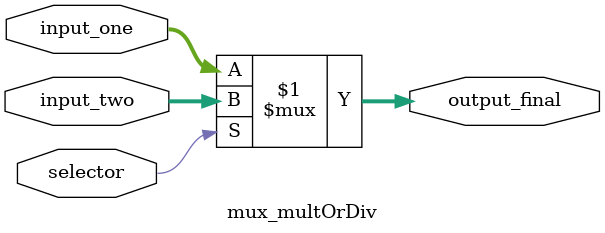
<source format=v>
  module mux_multOrDiv (
  input wire         selector,
  input wire  [31:0] input_one,
  input wire  [31:0] input_two,
  output wire [31:0] output_final
);

  assign output_final = (selector) ? input_two : input_one;

  endmodule
</source>
